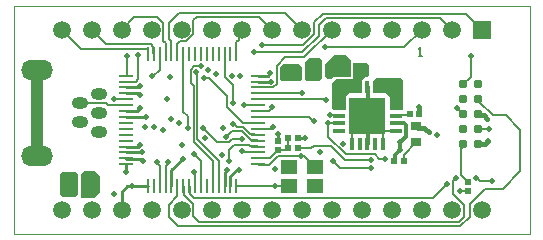
<source format=gtl>
G04*
G04 #@! TF.GenerationSoftware,Altium Limited,Altium Designer,20.1.12 (249)*
G04*
G04 Layer_Physical_Order=1*
G04 Layer_Color=255*
%FSLAX44Y44*%
%MOMM*%
G71*
G04*
G04 #@! TF.SameCoordinates,52A52E15-BC90-467E-9468-B7486D457421*
G04*
G04*
G04 #@! TF.FilePolarity,Positive*
G04*
G01*
G75*
%ADD12C,0.1000*%
%ADD13C,0.1524*%
%ADD14R,0.9000X0.7500*%
%ADD15R,0.5000X0.5000*%
%ADD16R,1.2000X1.0000*%
%ADD17R,3.1500X3.1500*%
%ADD18R,1.0000X0.3500*%
%ADD19R,0.3500X1.0000*%
%ADD20R,0.5500X0.5500*%
%ADD21R,0.5000X0.5000*%
%ADD22R,0.2500X1.2000*%
%ADD23R,1.2000X0.2500*%
%ADD24R,0.9500X1.3500*%
%ADD43R,1.4000X1.2000*%
%ADD44C,0.7874*%
%ADD45C,1.0160*%
%ADD46C,0.2540*%
%ADD47C,0.3048*%
%ADD48C,0.3810*%
%ADD49R,1.5000X1.5000*%
%ADD50C,1.5000*%
%ADD51O,2.7000X1.7000*%
%ADD52O,1.4000X1.0000*%
%ADD53C,0.5080*%
G36*
X314610Y790038D02*
Y773528D01*
X312324Y771242D01*
X301910D01*
X299370Y773782D01*
Y790038D01*
X301402Y792070D01*
X312578D01*
X314610Y790038D01*
D02*
G37*
G36*
X332898Y789022D02*
Y774544D01*
X328326Y769972D01*
X317912D01*
X316896Y770988D01*
Y789784D01*
X319944Y792832D01*
X329088D01*
X332898Y789022D01*
D02*
G37*
G36*
X504602Y881224D02*
Y870556D01*
X503586Y869540D01*
X486822D01*
X485552Y870810D01*
Y880970D01*
X488346Y883764D01*
X502062D01*
X504602Y881224D01*
D02*
G37*
G36*
X546004Y887320D02*
Y884727D01*
X545917Y884621D01*
X545775Y884356D01*
X545688Y884069D01*
X545659Y883770D01*
X545659Y873005D01*
X545205Y872551D01*
X532940D01*
X532641Y872522D01*
X532354Y872435D01*
X532165Y872334D01*
X530256D01*
X529240Y871318D01*
X525684D01*
X523652Y873350D01*
Y883764D01*
X531526Y891638D01*
X541686D01*
X546004Y887320D01*
D02*
G37*
G36*
X521366Y886304D02*
Y871826D01*
X519080Y869540D01*
X507650D01*
X506380Y870810D01*
Y884526D01*
X510190Y888336D01*
X519334D01*
X521366Y886304D01*
D02*
G37*
G36*
X589940Y869770D02*
Y845520D01*
X589440Y845020D01*
X578940D01*
Y855770D01*
X575440Y859270D01*
X564690D01*
Y869520D01*
X566690Y871520D01*
X588190D01*
X589940Y869770D01*
D02*
G37*
G36*
X560940Y883020D02*
Y873520D01*
X559690Y872270D01*
X557690D01*
X555190Y869770D01*
Y859270D01*
X544190D01*
X542214Y857294D01*
X542166D01*
Y857246D01*
X541190Y856270D01*
Y844770D01*
X530940D01*
X529440Y846270D01*
Y867520D01*
X532940Y871020D01*
X546440D01*
X547190Y871770D01*
X547190Y883770D01*
X547690Y884270D01*
X559690D01*
X560940Y883020D01*
D02*
G37*
D12*
X260000Y740000D02*
Y933040D01*
X696880Y740000D02*
Y933040D01*
X260000Y740000D02*
X696880D01*
X260000Y933040D02*
X696880D01*
D13*
X383690Y780270D02*
Y797320D01*
X381190Y799820D02*
X383690Y797320D01*
X381190Y799820D02*
Y800782D01*
X388690Y780270D02*
Y797320D01*
X391190Y799820D01*
Y800782D01*
X492850Y780270D02*
X493348Y780768D01*
X448690Y780270D02*
X481742D01*
X492850D01*
X467190Y798770D02*
X467678Y798282D01*
X476270D01*
X483520Y805532D01*
X505872D02*
X509110Y802294D01*
Y802006D02*
Y802294D01*
Y802006D02*
X514348Y796768D01*
X515348D01*
X483520Y805532D02*
X503586D01*
X505872D01*
X438690Y872714D02*
X445738Y865666D01*
Y850808D02*
Y865666D01*
X438690Y872714D02*
Y892270D01*
X337978Y850490D02*
X339698Y848770D01*
X318082Y850490D02*
X337978D01*
X317954Y850362D02*
X318082Y850490D01*
X339698Y848770D02*
X355190D01*
X329954Y842362D02*
Y843576D01*
X345366Y853770D02*
X355190D01*
X490124Y889606D02*
X506126D01*
X482758Y882240D02*
X490124Y889606D01*
X482758Y866779D02*
Y882240D01*
X479749Y863770D02*
X482758Y866779D01*
X467190Y863770D02*
X479749D01*
X526446Y822014D02*
Y833726D01*
X526490Y833770D01*
X510226Y838770D02*
X514127Y834869D01*
X467190Y858770D02*
X503840D01*
X514254Y834996D02*
X515034Y834216D01*
X590962Y898242D02*
X605440Y912720D01*
X523934Y898242D02*
X590962D01*
X478310Y828770D02*
X479456Y829916D01*
X467190Y828770D02*
X478310D01*
X475932Y843770D02*
X477932Y845770D01*
X467190Y843770D02*
X475932D01*
X467190Y853770D02*
X523674D01*
X524160Y853284D01*
X467190Y838770D02*
X510226D01*
X492728Y812136D02*
Y820772D01*
X500728Y812136D02*
X511714D01*
X514000Y814422D01*
X528986D01*
X540964Y802444D01*
X491268Y810676D02*
X492728Y812136D01*
X483774Y810676D02*
X491268D01*
X467190Y828770D02*
X467253Y828832D01*
X474562D01*
X476868Y803770D02*
X483774Y810676D01*
X467190Y803770D02*
X476868D01*
X536606Y795626D02*
X563022D01*
X530764Y801468D02*
X536606Y795626D01*
X500728Y812136D02*
X502252Y813660D01*
X455844Y808770D02*
X467190D01*
X453294Y810358D02*
X454256D01*
X455844Y808770D01*
X420274Y829408D02*
X432466Y817216D01*
X442085D01*
X442372Y801468D02*
Y810866D01*
X446690Y815184D01*
X459136D01*
X460153Y814167D01*
X466792D01*
X467190Y813770D01*
X444879Y820010D02*
X453548D01*
X442085Y817216D02*
X444879Y820010D01*
X453261Y827122D02*
X461125Y819258D01*
X440086Y822042D02*
X445166Y827122D01*
X453261D01*
X454269Y830424D02*
X460435Y824258D01*
X448853Y830424D02*
X454269D01*
X463569Y824258D02*
X464057Y823770D01*
X460435Y824258D02*
X463569D01*
X464057Y823770D02*
X467190D01*
X446821Y832456D02*
X448853Y830424D01*
X446182Y832456D02*
X446821D01*
X454012Y833770D02*
X467190D01*
X425608Y871572D02*
X440467Y856713D01*
Y847315D02*
X454012Y833770D01*
X440467Y847315D02*
Y856713D01*
X455268Y848770D02*
X467190D01*
X454818Y849220D02*
X455268Y848770D01*
X466702Y819258D02*
X467190Y818770D01*
X461125Y819258D02*
X466702D01*
X407320Y829154D02*
Y839568D01*
X403690Y843198D02*
X407320Y839568D01*
X403690Y843198D02*
Y892270D01*
X421544Y871572D02*
X425608D01*
X355270Y873770D02*
X356012Y874512D01*
Y890368D01*
X365410Y870556D02*
Y890622D01*
X365156Y890876D02*
X365410Y890622D01*
X415448Y819756D02*
Y875830D01*
X414686Y876592D02*
X415448Y875830D01*
X412400Y817724D02*
Y864714D01*
X409860Y867254D02*
X412400Y864714D01*
X409860Y878938D02*
X412908Y881986D01*
X409860Y867254D02*
Y878938D01*
X412908Y881986D02*
X418496D01*
X412940Y807532D02*
X418690Y801782D01*
Y780270D02*
Y801782D01*
X540964Y802444D02*
X562514D01*
X412520Y770106D02*
X615480D01*
X627030Y781656D01*
X632110Y773528D02*
Y784196D01*
X634650Y786736D01*
X651729Y787526D02*
X652402D01*
X655158Y784770D01*
X665384D01*
X646334Y765146D02*
X658907Y777719D01*
X674139D01*
X383690Y878430D02*
Y892270D01*
X376840Y873096D02*
X378356D01*
X383690Y878430D01*
X404178Y773114D02*
X412026Y765266D01*
X404178Y773114D02*
Y779782D01*
X412400Y791816D02*
X413690Y790526D01*
Y780270D02*
Y790526D01*
X409178Y773448D02*
X412520Y770106D01*
X408690Y780270D02*
X409178Y779782D01*
Y773448D02*
Y779782D01*
X632110Y773528D02*
X641762Y763876D01*
Y754217D02*
Y763876D01*
X637197Y749652D02*
X641762Y754217D01*
X417226Y749652D02*
X637197D01*
X412026Y754852D02*
X417226Y749652D01*
X412026Y754852D02*
Y765266D01*
X403690Y780270D02*
X404178Y779782D01*
X638206Y746350D02*
X646334Y754478D01*
X399192Y746350D02*
X638206D01*
X646334Y754478D02*
Y765146D01*
X391826Y753716D02*
X399192Y746350D01*
X391826Y753716D02*
Y764638D01*
X398690Y771502D01*
Y780270D01*
X412400Y817724D02*
X428690Y801434D01*
Y780270D02*
Y801434D01*
X415448Y819756D02*
X433690Y801514D01*
Y780270D02*
Y801514D01*
X363632Y868778D02*
X365410Y870556D01*
X355198Y868778D02*
X363632D01*
X355190Y868770D02*
X355198Y868778D01*
X463708Y893416D02*
X504602D01*
X470058Y899766D02*
X505110D01*
X355190Y873770D02*
X355270D01*
X504602Y893416D02*
X518572Y907386D01*
Y916784D01*
X524668Y922880D01*
X620680D01*
X630840Y912720D01*
X514762Y919070D02*
X521620Y925928D01*
X505110Y899766D02*
X514762Y909418D01*
Y919070D01*
X521620Y925928D02*
X643032D01*
X656240Y912720D01*
X506126Y889606D02*
X529240Y912720D01*
X448690Y892270D02*
Y902020D01*
X450819Y904149D01*
Y910499D02*
X453040Y912720D01*
X450819Y904149D02*
Y910499D01*
X467518Y923642D02*
X478440Y912720D01*
X414940Y923642D02*
X467518D01*
X412026Y920728D02*
X414940Y923642D01*
X412026Y908667D02*
Y920728D01*
X406293Y902934D02*
X412026Y908667D01*
X400836Y902934D02*
X406293D01*
X398690Y892270D02*
Y900788D01*
X400836Y902934D01*
X391742Y904676D02*
X393690Y902728D01*
X400462Y926690D02*
X489870D01*
X391742Y917970D02*
X400462Y926690D01*
X391742Y904676D02*
Y917970D01*
X381412Y923388D02*
X386626Y918174D01*
Y903442D02*
Y918174D01*
Y903442D02*
X388690Y901378D01*
X393690Y892270D02*
Y902728D01*
X362108Y923388D02*
X381412D01*
X388690Y892270D02*
Y901378D01*
X489870Y926690D02*
X503840Y912720D01*
X351440D02*
X362108Y923388D01*
X326040Y912720D02*
X338204Y900556D01*
X376050D01*
X378202Y898404D01*
Y892758D02*
X378690Y892270D01*
X378202Y892758D02*
Y898404D01*
X300640Y912720D02*
X316896Y896464D01*
X373284D01*
X373792Y896972D01*
Y892372D02*
Y896972D01*
X373690Y892270D02*
X373792Y892372D01*
X635090Y846770D02*
X640840Y841020D01*
X646940Y872520D02*
Y890020D01*
X640840Y866420D02*
X646940Y872520D01*
X653540Y852670D02*
X665690Y840520D01*
X674139Y777719D02*
X689190Y792770D01*
Y828020D01*
X676690Y840520D02*
X689190Y828020D01*
X665690Y840520D02*
X676690D01*
X653540Y852670D02*
Y853720D01*
X637941Y775769D02*
X644440D01*
X638440Y789769D02*
Y811552D01*
Y789769D02*
X644440Y783769D01*
X653540Y828320D02*
X662640D01*
X640840Y813952D02*
Y815620D01*
X638440Y811552D02*
X640840Y813952D01*
X590190Y806520D02*
X600940Y817270D01*
X590190Y801770D02*
Y806520D01*
X541190Y807270D02*
X565690D01*
X569440Y803520D01*
X574190D01*
X538978Y816233D02*
X539190Y816020D01*
X538978Y816233D02*
Y816308D01*
X527690Y840270D02*
X535940D01*
X526490Y833770D02*
X535940D01*
X526446Y822014D02*
X541190Y807270D01*
X594190Y840270D02*
X595440Y841520D01*
X583940Y840270D02*
X594190D01*
X572940Y827270D02*
X583940D01*
X572940Y816270D02*
Y827270D01*
X546940Y816270D02*
Y827270D01*
X603154Y890114D02*
X605693D01*
X604424D01*
Y897731D01*
X603154Y896462D01*
D14*
X600940Y831270D02*
D03*
Y817270D02*
D03*
D15*
X644440Y775769D02*
D03*
Y783769D02*
D03*
X483774Y818676D02*
D03*
Y810676D02*
D03*
D16*
X553552Y878270D02*
D03*
X539328D02*
D03*
X512730Y875890D02*
D03*
X498506D02*
D03*
D17*
X559440Y840020D02*
D03*
D18*
X535440Y853020D02*
D03*
Y846520D02*
D03*
Y840020D02*
D03*
Y833520D02*
D03*
Y827020D02*
D03*
X583440D02*
D03*
Y833520D02*
D03*
Y840020D02*
D03*
Y846520D02*
D03*
Y853020D02*
D03*
D19*
X546440Y816020D02*
D03*
X552940D02*
D03*
X559440D02*
D03*
X565940D02*
D03*
X572440D02*
D03*
Y864020D02*
D03*
X565940D02*
D03*
X559440D02*
D03*
X552940D02*
D03*
X546440D02*
D03*
D20*
X595440Y841520D02*
D03*
X603440D02*
D03*
X492728Y820772D02*
D03*
X500728D02*
D03*
D21*
X590190Y801770D02*
D03*
X582190D02*
D03*
X500728Y812136D02*
D03*
X492728D02*
D03*
D22*
X373690Y892270D02*
D03*
X378690D02*
D03*
X383690D02*
D03*
X388690D02*
D03*
X393690D02*
D03*
X398690D02*
D03*
X403690D02*
D03*
X408690D02*
D03*
X413690D02*
D03*
X418690D02*
D03*
X423690D02*
D03*
X428690D02*
D03*
X433690D02*
D03*
X438690D02*
D03*
X443690D02*
D03*
X448690D02*
D03*
Y780270D02*
D03*
X443690D02*
D03*
X438690D02*
D03*
X433690D02*
D03*
X428690D02*
D03*
X423690D02*
D03*
X418690D02*
D03*
X413690D02*
D03*
X408690D02*
D03*
X403690D02*
D03*
X398690D02*
D03*
X393690D02*
D03*
X388690D02*
D03*
X383690D02*
D03*
X378690D02*
D03*
X373690D02*
D03*
D23*
X467190Y873770D02*
D03*
Y868770D02*
D03*
Y863770D02*
D03*
Y858770D02*
D03*
Y853770D02*
D03*
Y848770D02*
D03*
Y843770D02*
D03*
Y838770D02*
D03*
Y833770D02*
D03*
Y828770D02*
D03*
Y823770D02*
D03*
Y818770D02*
D03*
Y813770D02*
D03*
Y808770D02*
D03*
Y803770D02*
D03*
Y798770D02*
D03*
X355190D02*
D03*
Y803770D02*
D03*
Y808770D02*
D03*
Y813770D02*
D03*
Y818770D02*
D03*
Y823770D02*
D03*
Y828770D02*
D03*
Y833770D02*
D03*
Y838770D02*
D03*
Y843770D02*
D03*
Y848770D02*
D03*
Y853770D02*
D03*
Y858770D02*
D03*
Y863770D02*
D03*
Y868770D02*
D03*
Y873770D02*
D03*
D24*
X322864Y778862D02*
D03*
X306864D02*
D03*
D43*
X515348Y780768D02*
D03*
X493348D02*
D03*
Y796768D02*
D03*
X515348D02*
D03*
D44*
X653540Y866420D02*
D03*
Y853720D02*
D03*
Y841020D02*
D03*
Y828320D02*
D03*
Y815620D02*
D03*
X640840Y866420D02*
D03*
Y841020D02*
D03*
Y853720D02*
D03*
Y828320D02*
D03*
Y815620D02*
D03*
D45*
X279454Y805862D02*
Y878862D01*
D46*
X500982Y821026D02*
X506380D01*
X500728Y820772D02*
X500982Y821026D01*
X483774Y818676D02*
Y824074D01*
X393690Y793680D02*
X403256Y803246D01*
Y803500D01*
X355460D02*
X366934D01*
X355190Y803770D02*
X355460Y803500D01*
X366934D02*
X369220Y801214D01*
X355254Y808834D02*
X368966D01*
X355190Y808770D02*
X355254Y808834D01*
X365520Y813770D02*
X366680Y814930D01*
X364786Y843770D02*
X367442Y846426D01*
X355190Y843770D02*
X364786D01*
X355190Y838770D02*
X371978D01*
X393690Y780270D02*
Y793680D01*
X467190Y868770D02*
X477924D01*
X475050Y873770D02*
X477170Y875890D01*
X467190Y873770D02*
X475050D01*
X448976Y794102D02*
X450500D01*
X443690Y788816D02*
X448976Y794102D01*
X443690Y780270D02*
Y788816D01*
X438690Y792452D02*
X440340Y794102D01*
X438690Y780270D02*
Y792452D01*
X356150Y780270D02*
X360468D01*
X351440Y775560D02*
X356150Y780270D01*
X351440Y760320D02*
Y775560D01*
X360468Y780270D02*
X373690D01*
X355190Y792638D02*
Y798770D01*
Y813770D02*
X365520D01*
X365716Y858770D02*
X366782Y857704D01*
X355190Y858770D02*
X365716D01*
X365736Y863770D02*
X366934Y864968D01*
X355190Y863770D02*
X365736D01*
D47*
X559940Y840270D02*
Y864270D01*
Y816270D02*
Y840270D01*
X583000Y806330D02*
X587190Y810520D01*
X582190Y801770D02*
X583000Y802580D01*
Y806330D01*
X587190Y810520D02*
Y817270D01*
X592190Y822270D01*
Y831758D01*
X584166Y833544D02*
X590405D01*
X592190Y831758D01*
X583940Y833770D02*
X584166Y833544D01*
D48*
X659430Y815760D02*
X661810Y818140D01*
X657968Y840242D02*
X661190Y837020D01*
X653540Y841020D02*
X654318Y840242D01*
X657968D01*
X653540Y815620D02*
X653680Y815760D01*
X659430D01*
X607785Y829425D02*
X611440Y825770D01*
X602785Y829425D02*
X607785D01*
X600940Y831270D02*
X602785Y829425D01*
X603440Y841520D02*
Y847520D01*
D49*
X656240Y912720D02*
D03*
D50*
X630840D02*
D03*
X605440D02*
D03*
X656240Y760320D02*
D03*
X580040Y912720D02*
D03*
X529240D02*
D03*
X554640D02*
D03*
X503840D02*
D03*
X478440D02*
D03*
X605440Y760320D02*
D03*
X630840D02*
D03*
X580040D02*
D03*
X478440D02*
D03*
X503840D02*
D03*
X453040D02*
D03*
X554640D02*
D03*
X529240D02*
D03*
X427640Y912720D02*
D03*
X453040D02*
D03*
X427640Y760320D02*
D03*
X300640Y912720D02*
D03*
X326040D02*
D03*
X376840D02*
D03*
X402240D02*
D03*
X351440D02*
D03*
Y760320D02*
D03*
X402240D02*
D03*
X376840D02*
D03*
X326040D02*
D03*
X300640D02*
D03*
D51*
X279454Y878862D02*
D03*
Y805862D02*
D03*
D52*
X331954Y826362D02*
D03*
Y842362D02*
D03*
Y858362D02*
D03*
X315954Y850362D02*
D03*
Y834362D02*
D03*
D53*
X477170Y875890D02*
D03*
X477924Y868770D02*
D03*
X381190Y800782D02*
D03*
X391190D02*
D03*
X481742Y780270D02*
D03*
X503586Y805532D02*
D03*
X445738Y850808D02*
D03*
X540440Y860770D02*
D03*
X533940D02*
D03*
Y868020D02*
D03*
X540440D02*
D03*
X345366Y853770D02*
D03*
X518826Y884526D02*
D03*
X512222D02*
D03*
X488600Y879446D02*
D03*
Y872588D02*
D03*
X327310Y788514D02*
D03*
X321214D02*
D03*
X311054D02*
D03*
X304958Y788768D02*
D03*
X526446Y833726D02*
D03*
X514254Y834996D02*
D03*
X503840Y858872D02*
D03*
X523934Y898242D02*
D03*
X479456Y829916D02*
D03*
X478440Y847442D02*
D03*
X524160Y853284D02*
D03*
X527716Y881986D02*
D03*
X534320Y888336D02*
D03*
X527716Y874874D02*
D03*
X506380Y821026D02*
D03*
X483774Y824074D02*
D03*
X530764Y801468D02*
D03*
X519842Y809342D02*
D03*
X444658Y873858D02*
D03*
X452024D02*
D03*
X431450Y875128D02*
D03*
X424846Y878430D02*
D03*
X453294Y810358D02*
D03*
X453548Y820010D02*
D03*
X446182Y832456D02*
D03*
X481742Y794864D02*
D03*
X454818Y849220D02*
D03*
X440086Y822042D02*
D03*
X442372Y801468D02*
D03*
X420274Y829408D02*
D03*
X407320Y829154D02*
D03*
X421544Y871572D02*
D03*
X437546Y829154D02*
D03*
X356012Y890368D02*
D03*
X365156Y890876D02*
D03*
X414686Y876592D02*
D03*
X418496Y881986D02*
D03*
X436212Y806484D02*
D03*
X412940Y807532D02*
D03*
X403256Y803500D02*
D03*
X421988Y820582D02*
D03*
X402240Y814676D02*
D03*
X400398Y834044D02*
D03*
X386492Y827884D02*
D03*
X368966Y808834D02*
D03*
X378782Y829916D02*
D03*
X371670Y830170D02*
D03*
X393604Y837282D02*
D03*
X392080Y872842D02*
D03*
X390048Y854046D02*
D03*
X366680Y814930D02*
D03*
X563022Y795626D02*
D03*
X562514Y802444D02*
D03*
X627030Y781656D02*
D03*
X634650Y786736D02*
D03*
X651729Y787526D02*
D03*
X665384Y784770D02*
D03*
X376840Y873096D02*
D03*
X367442Y846426D02*
D03*
X371978Y838770D02*
D03*
X412400Y791816D02*
D03*
X344646Y773592D02*
D03*
X450500Y794102D02*
D03*
X440340D02*
D03*
X360468Y780270D02*
D03*
X355190Y792638D02*
D03*
X369220Y801214D02*
D03*
X366782Y857704D02*
D03*
X366934Y864968D02*
D03*
X463708Y893416D02*
D03*
X470058Y899766D02*
D03*
X661810Y818140D02*
D03*
X635090Y846770D02*
D03*
X646940Y890020D02*
D03*
X661190Y837020D02*
D03*
X637941Y775769D02*
D03*
X662640Y828320D02*
D03*
X586940Y868770D02*
D03*
X579690D02*
D03*
X586940Y861770D02*
D03*
X579690D02*
D03*
X559440Y828020D02*
D03*
Y840020D02*
D03*
Y852020D02*
D03*
X547940Y840020D02*
D03*
X570440D02*
D03*
Y828020D02*
D03*
X547940D02*
D03*
X570440Y852020D02*
D03*
X547940D02*
D03*
X587190Y817270D02*
D03*
Y810520D02*
D03*
X574190Y803520D02*
D03*
X538978Y816308D02*
D03*
X527690Y840270D02*
D03*
X618440Y823270D02*
D03*
X611440Y825770D02*
D03*
X603440Y847520D02*
D03*
M02*

</source>
